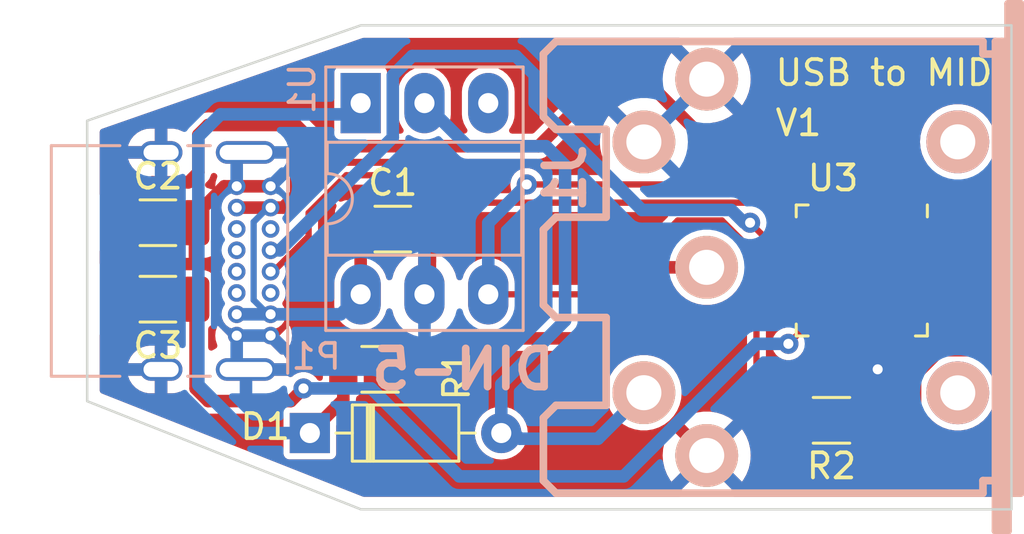
<source format=kicad_pcb>
(kicad_pcb (version 20221018) (generator pcbnew)
  (layers (0 "F.Cu" signal) (31 "B.Cu" signal) (34 "B.Paste" user) (35 "F.Paste" user) (36 "B.SilkS" user "B.Silkscreen") (37 "F.SilkS" user "F.Silkscreen") (38 "B.Mask" user) (39 "F.Mask" user) (44 "Edge.Cuts" user))
  (net 0 "")
  (net 1 "+5V")
  (net 2 "GND")
  (net 3 "Net-(U3-VCCD)")
  (net 4 "Net-(D1-K)")
  (net 5 "Net-(D1-A)")
  (net 6 "Net-(J1-Pad2)")
  (net 8 "Net-(P1-D+)")
  (net 9 "Net-(P1-D-)")
  (net 11 "RX")
  (footprint "Capacitor_SMD:C_1206_3216Metric" (layer "F.Cu") (at 140 91.44 180)
    (fp_text reference "C3" (at 0 -1.85 180) (layer "F.SilkS"))
    (fp_text value "1u")
    (fp_line (start -0.711252 -0.91) (end 0.711252 -0.91) (stroke (width 0.12)) (layer "F.SilkS"))
    (fp_line (start -0.711252 0.91) (end 0.711252 0.91) (stroke (width 0.12)) (layer "F.SilkS"))
    (pad "1" smd roundrect (at -1.475 0 180) (size 1.15 1.8) (layers "F.Cu" "F.Paste" "F.Mask") (roundrect_rratio 0.2173913043) (net 3 "Net-(U3-VCCD)"))
    (pad "2" smd roundrect (at 1.475 0 180) (size 1.15 1.8) (layers "F.Cu" "F.Paste" "F.Mask") (roundrect_rratio 0.2173913043) (net 2 "GND"))
  )
  (footprint "Resistor_SMD:R_1206_3216Metric" (layer "F.Cu") (at 166.8165 96.266 180)
    (fp_text reference "R2" (at 0 -1.82) (layer "F.SilkS"))
    (fp_text value "280")
    (fp_line (start -0.727064 -0.91) (end 0.727064 -0.91) (stroke (width 0.12)) (layer "F.SilkS"))
    (fp_line (start -0.727064 0.91) (end 0.727064 0.91) (stroke (width 0.12)) (layer "F.SilkS"))
    (pad "1" smd roundrect (at -1.4625 0 180) (size 1.125 1.75) (layers "F.Cu" "F.Paste" "F.Mask") (roundrect_rratio 0.2222222222) (net 1 "+5V"))
    (pad "2" smd roundrect (at 1.4625 0 180) (size 1.125 1.75) (layers "F.Cu" "F.Paste" "F.Mask") (roundrect_rratio 0.2222222222) (net 11 "RX"))
  )
  (footprint "Diode_THT:D_DO-35_SOD27_P7.62mm_Horizontal" (layer "F.Cu") (at 146.05 96.774)
    (fp_text reference "D1" (at -1.778 -0.254) (layer "F.SilkS"))
    (fp_text value "1N914")
    (fp_line (start 1.04 0) (end 1.69 0) (stroke (width 0.12)) (layer "F.SilkS"))
    (fp_line (start 1.69 -1.12) (end 1.69 1.12) (stroke (width 0.12)) (layer "F.SilkS"))
    (fp_line (start 1.69 1.12) (end 5.93 1.12) (stroke (width 0.12)) (layer "F.SilkS"))
    (fp_line (start 2.29 -1.12) (end 2.29 1.12) (stroke (width 0.12)) (layer "F.SilkS"))
    (fp_line (start 2.41 -1.12) (end 2.41 1.12) (stroke (width 0.12)) (layer "F.SilkS"))
    (fp_line (start 2.53 -1.12) (end 2.53 1.12) (stroke (width 0.12)) (layer "F.SilkS"))
    (fp_line (start 5.93 -1.12) (end 1.69 -1.12) (stroke (width 0.12)) (layer "F.SilkS"))
    (fp_line (start 5.93 1.12) (end 5.93 -1.12) (stroke (width 0.12)) (layer "F.SilkS"))
    (fp_line (start 6.58 0) (end 5.93 0) (stroke (width 0.12)) (layer "F.SilkS"))
    (pad "1" thru_hole rect (at 0 0) (size 1.6 1.6) (drill 0.8) (layers "*.Cu" "*.Mask") (net 4 "Net-(D1-K)"))
    (pad "2" thru_hole oval (at 7.62 0) (size 1.6 1.6) (drill 0.8) (layers "*.Cu" "*.Mask") (net 5 "Net-(D1-A)"))
  )
  (footprint "Capacitor_SMD:C_1206_3216Metric" (layer "F.Cu") (at 140 88.392)
    (fp_text reference "C2" (at 0 -1.85) (layer "F.SilkS"))
    (fp_text value "0.1u")
    (fp_line (start -0.711252 -0.91) (end 0.711252 -0.91) (stroke (width 0.12)) (layer "F.SilkS"))
    (fp_line (start -0.711252 0.91) (end 0.711252 0.91) (stroke (width 0.12)) (layer "F.SilkS"))
    (pad "1" smd roundrect (at -1.475 0) (size 1.15 1.8) (layers "F.Cu" "F.Paste" "F.Mask") (roundrect_rratio 0.2173913043) (net 1 "+5V"))
    (pad "2" smd roundrect (at 1.475 0) (size 1.15 1.8) (layers "F.Cu" "F.Paste" "F.Mask") (roundrect_rratio 0.2173913043) (net 2 "GND"))
  )
  (footprint "Package_DFN_QFN:QFN-32-1EP_5x5mm_P0.5mm_EP3.45x3.45mm" (layer "F.Cu") (at 168.023 90.295 -90)
    (fp_text reference "U3" (at -3.681 1.145 -180) (layer "F.SilkS"))
    (fp_text value "CY7C65213A-32LTXI")
    (fp_line (start -2.61 2.61) (end -2.61 2.135) (stroke (width 0.12)) (layer "F.SilkS"))
    (fp_line (start -2.135 -2.61) (end -2.61 -2.61) (stroke (width 0.12)) (layer "F.SilkS"))
    (fp_line (start -2.135 2.61) (end -2.61 2.61) (stroke (width 0.12)) (layer "F.SilkS"))
    (fp_line (start 2.135 -2.61) (end 2.61 -2.61) (stroke (width 0.12)) (layer "F.SilkS"))
    (fp_line (start 2.135 2.61) (end 2.61 2.61) (stroke (width 0.12)) (layer "F.SilkS"))
    (fp_line (start 2.61 -2.61) (end 2.61 -2.135) (stroke (width 0.12)) (layer "F.SilkS"))
    (fp_line (start 2.61 2.61) (end 2.61 2.135) (stroke (width 0.12)) (layer "F.SilkS"))
    (pad "1" smd roundrect (at -2.4375 -1.75 270) (size 0.875 0.25) (layers "F.Cu" "F.Paste" "F.Mask"))
    (pad "2" smd roundrect (at -2.4375 -1.25 270) (size 0.875 0.25) (layers "F.Cu" "F.Paste" "F.Mask") (net 11 "RX"))
    (pad "3" smd roundrect (at -2.4375 -0.75 270) (size 0.875 0.25) (layers "F.Cu" "F.Paste" "F.Mask"))
    (pad "4" smd roundrect (at -2.4375 -0.25 270) (size 0.875 0.25) (layers "F.Cu" "F.Paste" "F.Mask") (net 2 "GND"))
    (pad "5" smd roundrect (at -2.4375 0.25 270) (size 0.875 0.25) (layers "F.Cu" "F.Paste" "F.Mask"))
    (pad "6" smd roundrect (at -2.4375 0.75 270) (size 0.875 0.25) (layers "F.Cu" "F.Paste" "F.Mask"))
    (pad "7" smd roundrect (at -2.4375 1.25 270) (size 0.875 0.25) (layers "F.Cu" "F.Paste" "F.Mask"))
    (pad "8" smd roundrect (at -2.4375 1.75 270) (size 0.875 0.25) (layers "F.Cu" "F.Paste" "F.Mask"))
    (pad "9" smd roundrect (at -1.75 2.4375 270) (size 0.25 0.875) (layers "F.Cu" "F.Paste" "F.Mask"))
    (pad "10" smd roundrect (at -1.25 2.4375 270) (size 0.25 0.875) (layers "F.Cu" "F.Paste" "F.Mask"))
    (pad "11" smd roundrect (at -0.75 2.4375 270) (size 0.25 0.875) (layers "F.Cu" "F.Paste" "F.Mask"))
    (pad "12" smd roundrect (at -0.25 2.4375 270) (size 0.25 0.875) (layers "F.Cu" "F.Paste" "F.Mask"))
    (pad "13" smd roundrect (at 0.25 2.4375 270) (size 0.25 0.875) (layers "F.Cu" "F.Paste" "F.Mask"))
    (pad "14" smd roundrect (at 0.75 2.4375 270) (size 0.25 0.875) (layers "F.Cu" "F.Paste" "F.Mask") (net 8 "Net-(P1-D+)"))
    (pad "15" smd roundrect (at 1.25 2.4375 270) (size 0.25 0.875) (layers "F.Cu" "F.Paste" "F.Mask") (net 9 "Net-(P1-D-)"))
    (pad "16" smd roundrect (at 1.75 2.4375 270) (size 0.25 0.875) (layers "F.Cu" "F.Paste" "F.Mask") (net 3 "Net-(U3-VCCD)"))
    (pad "17" smd roundrect (at 2.4375 1.75 270) (size 0.875 0.25) (layers "F.Cu" "F.Paste" "F.Mask") (net 2 "GND"))
    (pad "18" smd roundrect (at 2.4375 1.25 270) (size 0.875 0.25) (layers "F.Cu" "F.Paste" "F.Mask"))
    (pad "19" smd roundrect (at 2.4375 0.75 270) (size 0.875 0.25) (layers "F.Cu" "F.Paste" "F.Mask") (net 1 "+5V"))
    (pad "20" smd roundrect (at 2.4375 0.25 270) (size 0.875 0.25) (layers "F.Cu" "F.Paste" "F.Mask") (net 2 "GND"))
    (pad "21" smd roundrect (at 2.4375 -0.25 270) (size 0.875 0.25) (layers "F.Cu" "F.Paste" "F.Mask"))
    (pad "22" smd roundrect (at 2.4375 -0.75 270) (size 0.875 0.25) (layers "F.Cu" "F.Paste" "F.Mask"))
    (pad "23" smd roundrect (at 2.4375 -1.25 270) (size 0.875 0.25) (layers "F.Cu" "F.Paste" "F.Mask"))
    (pad "24" smd roundrect (at 2.4375 -1.75 270) (size 0.875 0.25) (layers "F.Cu" "F.Paste" "F.Mask") (net 2 "GND"))
    (pad "25" smd roundrect (at 1.75 -2.4375 270) (size 0.25 0.875) (layers "F.Cu" "F.Paste" "F.Mask"))
    (pad "26" smd roundrect (at 1.25 -2.4375 270) (size 0.25 0.875) (layers "F.Cu" "F.Paste" "F.Mask"))
    (pad "27" smd roundrect (at 0.75 -2.4375 270) (size 0.25 0.875) (layers "F.Cu" "F.Paste" "F.Mask"))
    (pad "28" smd roundrect (at 0.25 -2.4375 270) (size 0.25 0.875) (layers "F.Cu" "F.Paste" "F.Mask"))
    (pad "29" smd roundrect (at -0.25 -2.4375 270) (size 0.25 0.875) (layers "F.Cu" "F.Paste" "F.Mask"))
    (pad "30" smd roundrect (at -0.75 -2.4375 270) (size 0.25 0.875) (layers "F.Cu" "F.Paste" "F.Mask"))
    (pad "31" smd roundrect (at -1.25 -2.4375 270) (size 0.25 0.875) (layers "F.Cu" "F.Paste" "F.Mask"))
    (pad "32" smd roundrect (at -1.75 -2.4375 270) (size 0.25 0.875) (layers "F.Cu" "F.Paste" "F.Mask"))
    (pad "33" smd rect (at 0 0 270) (size 3.45 3.45) (layers "F.Cu" "F.Mask") (net 2 "GND"))
  )
  (footprint "Capacitor_SMD:C_1206_3216Metric" (layer "F.Cu") (at 149.352 88.646)
    (fp_text reference "C1" (at 0 -1.85) (layer "F.SilkS"))
    (fp_text value "4.7u")
    (fp_line (start -0.711252 -0.91) (end 0.711252 -0.91) (stroke (width 0.12)) (layer "F.SilkS"))
    (fp_line (start -0.711252 0.91) (end 0.711252 0.91) (stroke (width 0.12)) (layer "F.SilkS"))
    (pad "1" smd roundrect (at -1.475 0) (size 1.15 1.8) (layers "F.Cu" "F.Paste" "F.Mask") (roundrect_rratio 0.2173913043) (net 1 "+5V"))
    (pad "2" smd roundrect (at 1.475 0) (size 1.15 1.8) (layers "F.Cu" "F.Paste" "F.Mask") (roundrect_rratio 0.2173913043) (net 2 "GND"))
  )
  (footprint "Resistor_SMD:R_1206_3216Metric" (layer "F.Cu") (at 148.844 94.234 180)
    (fp_text reference "R1" (at -3.048 -0.254 270) (layer "F.SilkS"))
    (fp_text value "200")
    (fp_line (start -0.727064 -0.91) (end 0.727064 -0.91) (stroke (width 0.12)) (layer "F.SilkS"))
    (fp_line (start -0.727064 0.91) (end 0.727064 0.91) (stroke (width 0.12)) (layer "F.SilkS"))
    (pad "1" smd roundrect (at -1.4625 0 180) (size 1.125 1.75) (layers "F.Cu" "F.Paste" "F.Mask") (roundrect_rratio 0.2222222222) (net 6 "Net-(J1-Pad2)"))
    (pad "2" smd roundrect (at 1.4625 0 180) (size 1.125 1.75) (layers "F.Cu" "F.Paste" "F.Mask") (roundrect_rratio 0.2222222222) (net 4 "Net-(D1-K)"))
  )
  (footprint "Connector_USB:USB_C_Receptacle_GCT_USB4085" (layer "B.Cu") (at 144.487 92.891 90)
    (fp_text reference "P1" (at -0.835 1.817 180) (layer "B.SilkS") (effects (justify mirror)))
    (fp_text value "USB_C_Plug_USB2.0")
    (fp_line (start -1.62 -8.73) (end 7.57 -8.73) (stroke (width 0.12)) (layer "B.SilkS"))
    (fp_line (start -1.62 -6) (end -1.62 -8.73) (stroke (width 0.12)) (layer "B.SilkS"))
    (fp_line (start -1.62 -2.4) (end -1.62 -3.3) (stroke (width 0.12)) (layer "B.SilkS"))
    (fp_line (start -1.5 0.68) (end 7.45 0.68) (stroke (width 0.12)) (layer "B.SilkS"))
    (fp_line (start 7.57 -6) (end 7.57 -8.73) (stroke (width 0.12)) (layer "B.SilkS"))
    (fp_line (start 7.57 -2.4) (end 7.57 -3.3) (stroke (width 0.12)) (layer "B.SilkS"))
    (pad "A1" thru_hole circle (at 0 0 90) (size 0.7 0.7) (drill 0.4) (layers "*.Cu" "*.Mask") (net 2 "GND"))
    (pad "A4" thru_hole circle (at 0.85 0 90) (size 0.7 0.7) (drill 0.4) (layers "*.Cu" "*.Mask") (net 1 "+5V"))
    (pad "A5" thru_hole circle (at 1.7 0 90) (size 0.7 0.7) (drill 0.4) (layers "*.Cu" "*.Mask"))
    (pad "A6" thru_hole circle (at 2.55 0 90) (size 0.7 0.7) (drill 0.4) (layers "*.Cu" "*.Mask") (net 8 "Net-(P1-D+)"))
    (pad "A7" thru_hole circle (at 3.4 0 90) (size 0.7 0.7) (drill 0.4) (layers "*.Cu" "*.Mask") (net 9 "Net-(P1-D-)"))
    (pad "A8" thru_hole circle (at 4.25 0 90) (size 0.7 0.7) (drill 0.4) (layers "*.Cu" "*.Mask"))
    (pad "A9" thru_hole circle (at 5.1 0 90) (size 0.7 0.7) (drill 0.4) (layers "*.Cu" "*.Mask") (net 1 "+5V"))
    (pad "A12" thru_hole circle (at 5.95 0 90) (size 0.7 0.7) (drill 0.4) (layers "*.Cu" "*.Mask") (net 2 "GND"))
    (pad "B1" thru_hole circle (at 5.95 -1.35 90) (size 0.7 0.7) (drill 0.4) (layers "*.Cu" "*.Mask") (net 2 "GND"))
    (pad "B4" thru_hole circle (at 5.1 -1.35 90) (size 0.7 0.7) (drill 0.4) (layers "*.Cu" "*.Mask") (net 1 "+5V"))
    (pad "B5" thru_hole circle (at 4.25 -1.35 90) (size 0.7 0.7) (drill 0.4) (layers "*.Cu" "*.Mask"))
    (pad "B6" thru_hole circle (at 3.4 -1.35 90) (size 0.7 0.7) (drill 0.4) (layers "*.Cu" "*.Mask"))
    (pad "B7" thru_hole circle (at 2.55 -1.35 90) (size 0.7 0.7) (drill 0.4) (layers "*.Cu" "*.Mask"))
    (pad "B8" thru_hole circle (at 1.7 -1.35 90) (size 0.7 0.7) (drill 0.4) (layers "*.Cu" "*.Mask"))
    (pad "B9" thru_hole circle (at 0.85 -1.35 90) (size 0.7 0.7) (drill 0.4) (layers "*.Cu" "*.Mask") (net 1 "+5V"))
    (pad "B12" thru_hole circle (at 0 -1.35 90) (size 0.7 0.7) (drill 0.4) (layers "*.Cu" "*.Mask") (net 2 "GND"))
    (pad "S1" thru_hole oval (at -1.35 -4.36 90) (size 0.9 1.7) (drill oval 0.6 1.4) (layers "*.Cu" "*.Mask") (net 2 "GND"))
    (pad "S1" thru_hole oval (at -1.35 -0.98 90) (size 0.9 2.4) (drill oval 0.6 2.1) (layers "*.Cu" "*.Mask") (net 2 "GND"))
    (pad "S1" thru_hole oval (at 7.3 -4.36 90) (size 0.9 1.7) (drill oval 0.6 1.4) (layers "*.Cu" "*.Mask") (net 2 "GND"))
    (pad "S1" thru_hole oval (at 7.3 -0.98 90) (size 0.9 2.4) (drill oval 0.6 2.1) (layers "*.Cu" "*.Mask") (net 2 "GND"))
  )
  (footprint "EuroCad:MIDI_DIN5" (layer "B.Cu") (at 164.846 90.17 -90)
    (fp_text reference "J1" (at -3.556 8.636 90) (layer "B.SilkS") (effects (font (size 1.524 1.524) (thickness 0.3048)) (justify mirror)))
    (fp_text value "DIN-5" (at 4.064 12.7 -180) (layer "B.SilkS") (effects (font (size 1.524 1.524) (thickness 0.3048)) (justify mirror)))
    (fp_line (start -10.50036 -9.4996) (end -10.50036 -8.99922) (stroke (width 0.3048)) (layer "B.SilkS"))
    (fp_line (start -10.50036 -9.25068) (end 8.99922 -9.25068) (stroke (width 0.3048)) (layer "B.SilkS"))
    (fp_line (start -10.50036 -8.99922) (end -8.99922 -8.99922) (stroke (width 0.3048)) (layer "B.SilkS"))
    (fp_line (start -8.99922 -8.99922) (end -8.99922 -8.49884) (stroke (width 0.3048)) (layer "B.SilkS"))
    (fp_line (start -8.99922 -8.7503) (end 10.50036 -8.7503) (stroke (width 0.3048)) (layer "B.SilkS"))
    (fp_line (start -8.99922 -8.49884) (end 10.50036 -8.49884) (stroke (width 0.3048)) (layer "B.SilkS"))
    (fp_line (start -8.99922 -8.001) (end -8.49884 -8.001) (stroke (width 0.3048)) (layer "B.SilkS"))
    (fp_line (start -8.99922 8.99922) (end -8.99922 -8.001) (stroke (width 0.3048)) (layer "B.SilkS"))
    (fp_line (start -8.99922 8.99922) (end -8.49884 9.4996) (stroke (width 0.3048)) (layer "B.SilkS"))
    (fp_line (start -8.49884 -8.001) (end -8.49884 -8.49884) (stroke (width 0.3048)) (layer "B.SilkS"))
    (fp_line (start -8.49884 9.4996) (end -5.99948 9.4996) (stroke (width 0.3048)) (layer "B.SilkS"))
    (fp_line (start -5.99948 9.4996) (end -5.4991 8.99922) (stroke (width 0.3048)) (layer "B.SilkS"))
    (fp_line (start -5.4991 7.00024) (end -1.99898 7.00024) (stroke (width 0.3048)) (layer "B.SilkS"))
    (fp_line (start -5.4991 8.99922) (end -5.4991 7.00024) (stroke (width 0.3048)) (layer "B.SilkS"))
    (fp_line (start -1.99898 8.99922) (end -1.99898 7.00024) (stroke (width 0.3048)) (layer "B.SilkS"))
    (fp_line (start -1.50114 9.4996) (end -1.99898 8.99922) (stroke (width 0.3048)) (layer "B.SilkS"))
    (fp_line (start -1.50114 9.4996) (end 1.50114 9.4996) (stroke (width 0.3048)) (layer "B.SilkS"))
    (fp_line (start 1.50114 9.4996) (end 1.99898 8.99922) (stroke (width 0.3048)) (layer "B.SilkS"))
    (fp_line (start 1.99898 8.99922) (end 1.99898 7.00024) (stroke (width 0.3048)) (layer "B.SilkS"))
    (fp_line (start 5.4991 7.00024) (end 1.99898 7.00024) (stroke (width 0.3048)) (layer "B.SilkS"))
    (fp_line (start 5.4991 8.99922) (end 5.4991 7.00024) (stroke (width 0.3048)) (layer "B.SilkS"))
    (fp_line (start 5.99948 9.4996) (end 5.4991 8.99922) (stroke (width 0.3048)) (layer "B.SilkS"))
    (fp_line (start 6.49986 9.4996) (end 5.99948 9.4996) (stroke (width 0.3048)) (layer "B.SilkS"))
    (fp_line (start 8.49884 -8.49884) (end 8.49884 -8.001) (stroke (width 0.3048)) (layer "B.SilkS"))
    (fp_line (start 8.49884 9.4996) (end 6.49986 9.4996) (stroke (width 0.3048)) (layer "B.SilkS"))
    (fp_line (start 8.99922 -9.4996) (end -10.50036 -9.4996) (stroke (width 0.3048)) (layer "B.SilkS"))
    (fp_line (start 8.99922 -8.99922) (end -8.99922 -8.99922) (stroke (width 0.3048)) (layer "B.SilkS"))
    (fp_line (start 8.99922 -8.99922) (end 8.99922 -9.4996) (stroke (width 0.3048)) (layer "B.SilkS"))
    (fp_line (start 8.99922 -8.001) (end 8.49884 -8.001) (stroke (width 0.3048)) (layer "B.SilkS"))
    (fp_line (start 8.99922 8.99922) (end 8.49884 9.4996) (stroke (width 0.3048)) (layer "B.SilkS"))
    (fp_line (start 8.99922 8.99922) (end 8.99922 -8.001) (stroke (width 0.3048)) (layer "B.SilkS"))
    (fp_line (start 10.50036 -8.99922) (end 8.99922 -8.99922) (stroke (width 0.3048)) (layer "B.SilkS"))
    (fp_line (start 10.50036 -8.49884) (end 10.50036 -8.99922) (stroke (width 0.3048)) (layer "B.SilkS"))
    (pad "" np_thru_hole circle (at -5.00126 -6.9977 270) (size 2.49936 2.49936) (drill 1.397) (layers "*.Cu" "*.Mask" "B.SilkS"))
    (pad "" np_thru_hole circle (at 5.00126 -6.9977 270) (size 2.49936 2.49936) (drill 1.397) (layers "*.Cu" "*.Mask" "B.SilkS"))
    (pad "1" thru_hole circle (at 7.49808 2.9972 270) (size 2.49936 2.49936) (drill 1.397) (layers "*.Cu" "*.SilkS" "*.Mask") (net 2 "GND"))
    (pad "2" thru_hole circle (at 0 2.99974 270) (size 2.49936 2.49936) (drill 1.397) (layers "*.Cu" "*.SilkS" "*.Mask") (net 6 "Net-(J1-Pad2)"))
    (pad "3" thru_hole circle (at -7.49808 2.9972 270) (size 2.49936 2.49936) (drill 1.397) (layers "*.Cu" "*.SilkS" "*.Mask") (net 2 "GND"))
    (pad "4" thru_hole circle (at 4.99618 5.4991 270) (size 2.49936 2.49936) (drill 1.397) (layers "*.Cu" "*.SilkS" "*.Mask") (net 5 "Net-(D1-A)"))
    (pad "5" thru_hole circle (at -4.99618 5.4991 270) (size 2.49936 2.49936) (drill 1.397) (layers "*.Cu" "*.SilkS" "*.Mask") (net 2 "GND"))
  )
  (footprint "Package_DIP:DIP-6_W7.62mm_Socket_LongPads" (layer "B.Cu") (at 148.072 83.6255 -90)
    (fp_text reference "U1" (at -0.5675 2.33 90) (layer "B.SilkS") (effects (justify mirror)))
    (fp_text value "H11L1")
    (fp_line (start -1.44 -6.47) (end 9.06 -6.47) (stroke (width 0.12)) (layer "B.SilkS"))
    (fp_line (start -1.44 1.39) (end -1.44 -6.47) (stroke (width 0.12)) (layer "B.SilkS"))
    (fp_line (start 1.56 -6.41) (end 6.06 -6.41) (stroke (width 0.12)) (layer "B.SilkS"))
    (fp_line (start 1.56 1.33) (end 1.56 -6.41) (stroke (width 0.12)) (layer "B.SilkS"))
    (fp_line (start 2.81 1.33) (end 1.56 1.33) (stroke (width 0.12)) (layer "B.SilkS"))
    (fp_line (start 6.06 -6.41) (end 6.06 1.33) (stroke (width 0.12)) (layer "B.SilkS"))
    (fp_line (start 6.06 1.33) (end 4.81 1.33) (stroke (width 0.12)) (layer "B.SilkS"))
    (fp_line (start 9.06 -6.47) (end 9.06 1.39) (stroke (width 0.12)) (layer "B.SilkS"))
    (fp_line (start 9.06 1.39) (end -1.44 1.39) (stroke (width 0.12)) (layer "B.SilkS"))
    (fp_arc (start 2.81 1.33) (mid 3.81 0.33) (end 4.81 1.33) (stroke (width 0.12)) (layer "B.SilkS"))
    (pad "1" thru_hole rect (at 0 0 270) (size 2.4 1.6) (drill 0.8) (layers "*.Cu" "*.Mask") (net 4 "Net-(D1-K)"))
    (pad "2" thru_hole oval (at 0 -2.54 270) (size 2.4 1.6) (drill 0.8) (layers "*.Cu" "*.Mask") (net 5 "Net-(D1-A)"))
    (pad "3" thru_hole oval (at 0 -5.08 270) (size 2.4 1.6) (drill 0.8) (layers "*.Cu" "*.Mask"))
    (pad "4" thru_hole oval (at 7.62 -5.08 270) (size 2.4 1.6) (drill 0.8) (layers "*.Cu" "*.Mask") (net 11 "RX"))
    (pad "5" thru_hole oval (at 7.62 -2.54 270) (size 2.4 1.6) (drill 0.8) (layers "*.Cu" "*.Mask") (net 2 "GND"))
    (pad "6" thru_hole oval (at 7.62 0 270) (size 2.4 1.6) (drill 0.8) (layers "*.Cu" "*.Mask") (net 1 "+5V"))
  )
  (gr_poly (pts (xy 173.982 95) (xy 173.982 80.526) (xy 148.082 80.526) (xy 137.184 84.328) (xy 137.184 95.504) (xy 148.082 99.814) (xy 161.032 99.814) (xy 173.982 99.814)) (stroke (width 0.1)) (fill none) (layer "Edge.Cuts"))
  (gr_text "V1" (at 164.5 85) (layer "F.SilkS") (effects (font (size 1 1)) (justify left bottom)))
  (gr_text "USB to MIDI" (at 164.5 83) (layer "F.SilkS") (effects (font (size 1 1)) (justify left bottom)))
  (segment (start 148 88.5) (end 148.072 88.572) (width 0.25) (layer "F.Cu") (net 1))
  (segment (start 169.539759 86) (end 162.698728 86) (width 0.5) (layer "F.Cu") (net 1))
  (segment (start 145.5 87.272974) (end 145.5 86) (width 0.5) (layer "F.Cu") (net 1))
  (segment (start 170.14402 95.85598) (end 170.14402 94.467229) (width 0.5) (layer "F.Cu") (net 1))
  (segment (start 146.156 85.344) (end 146.344 85.344) (width 0.5) (layer "F.Cu") (net 1))
  (segment (start 138.525 88.0415) (end 139.783185 86.783315) (width 0.5) (layer "F.Cu") (net 1))
  (segment (start 145.5 84.5) (end 146.344 85.344) (width 0.5) (layer "F.Cu") (net 1))
  (segment (start 144.487 87.791) (end 144.981974 87.791) (width 0.5) (layer "F.Cu") (net 1))
  (segment (start 141.610493 86.389507) (end 141.610493 84.889507) (width 0.5) (layer "F.Cu") (net 1))
  (segment (start 139.783185 86.783315) (end 141.216685 86.783315) (width 0.5) (layer "F.Cu") (net 1))
  (segment (start 138.525 88.392) (end 138.525 88.0415) (width 0.5) (layer "F.Cu") (net 1))
  (segment (start 141.216685 86.783315) (end 141.610493 86.389507) (width 0.5) (layer "F.Cu") (net 1))
  (segment (start 157.5 83) (end 155.156 85.344) (width 0.5) (layer "F.Cu") (net 1))
  (segment (start 148.072 88.572) (end 148.072 91.2455) (width 0.5) (layer "F.Cu") (net 1))
  (segment (start 168.279 96.266) (end 169.734 96.266) (width 0.5) (layer "F.Cu") (net 1))
  (segment (start 144.981974 87.791) (end 145.5 87.272974) (width 0.5) (layer "F.Cu") (net 1))
  (segment (start 145.5 86) (end 146.156 85.344) (width 0.5) (layer "F.Cu") (net 1))
  (segment (start 171.139669 93.47158) (end 172.5 93.47158) (width 0.5) (layer "F.Cu") (net 1))
  (segment (start 162.698728 86) (end 159.698728 83) (width 0.5) (layer "F.Cu") (net 1))
  (segment (start 170.14402 94.467229) (end 171.139669 93.47158) (width 0.5) (layer "F.Cu") (net 1))
  (segment (start 142 84.5) (end 145.5 84.5) (width 0.5) (layer "F.Cu") (net 1))
  (segment (start 147.877 88.623) (end 148 88.5) (width 0.25) (layer "F.Cu") (net 1))
  (segment (start 148.6395 90.678) (end 148.072 91.2455) (width 0.25) (layer "F.Cu") (net 1))
  (segment (start 141.610493 84.889507) (end 142 84.5) (width 0.5) (layer "F.Cu") (net 1))
  (segment (start 155.156 85.344) (end 146.344 85.344) (width 0.5) (layer "F.Cu") (net 1))
  (segment (start 159.698728 83) (end 157.5 83) (width 0.5) (layer "F.Cu") (net 1))
  (segment (start 143.137 87.791) (end 144.487 87.791) (width 0.5) (layer "F.Cu") (net 1))
  (segment (start 168.279 96.266) (end 167.273 95.26) (width 0.25) (layer "F.Cu") (net 1))
  (segment (start 172.5 93.47158) (end 172.5 88.960241) (width 0.5) (layer "F.Cu") (net 1))
  (segment (start 167.273 95.26) (end 167.273 92.7325) (width 0.25) (layer "F.Cu") (net 1))
  (segment (start 172.5 88.960241) (end 169.539759 86) (width 0.5) (layer "F.Cu") (net 1))
  (segment (start 169.734 96.266) (end 170.14402 95.85598) (width 0.5) (layer "F.Cu") (net 1))
  (segment (start 147.877 88.646) (end 147.877 88.623) (width 0.25) (layer "F.Cu") (net 1))
  (segment (start 144.487 87.791) (end 144.6175 87.791) (width 0.25) (layer "B.Cu") (net 1))
  (segment (start 144.382405 87.791) (end 144.487 87.791) (width 0.25) (layer "B.Cu") (net 1))
  (segment (start 148.072 91.2455) (end 147.2765 92.041) (width 0.5) (layer "B.Cu") (net 1))
  (segment (start 143.812 91.470595) (end 143.812 88.361405) (width 0.25) (layer "B.Cu") (net 1))
  (segment (start 143.812 88.361405) (end 144.382405 87.791) (width 0.25) (layer "B.Cu") (net 1))
  (segment (start 143.137 92.041) (end 144.487 92.041) (width 0.5) (layer "B.Cu") (net 1))
  (segment (start 147.2765 92.041) (end 144.487 92.041) (width 0.5) (layer "B.Cu") (net 1))
  (segment (start 144.207405 91.866) (end 143.812 91.470595) (width 0.25) (layer "B.Cu") (net 1))
  (segment (start 148.072 91.2455) (end 147.4515 91.866) (width 0.25) (layer "B.Cu") (net 1))
  (segment (start 142.642026 86.941) (end 141.475 88.108026) (width 0.5) (layer "F.Cu") (net 2))
  (segment (start 144.487 86.941) (end 143.137 86.941) (width 0.5) (layer "F.Cu") (net 2))
  (segment (start 150.827 88.646) (end 150.827 91.0305) (width 0.5) (layer "F.Cu") (net 2))
  (segment (start 168.273 90.045) (end 168.023 90.295) (width 0.25) (layer "F.Cu") (net 2))
  (segment (start 168.273 87.8575) (end 168.273 90.045) (width 0.25) (layer "F.Cu") (net 2))
  (segment (start 168.656 94.234) (end 167.773 93.351) (width 0.25) (layer "F.Cu") (net 2))
  (segment (start 167.773 90.545) (end 168.023 90.295) (width 0.25) (layer "F.Cu") (net 2))
  (segment (start 167.773 93.351) (end 167.773 92.7325) (width 0.25) (layer "F.Cu") (net 2))
  (segment (start 150.0645 90.698) (end 150.612 91.2455) (width 0.25) (layer "F.Cu") (net 2))
  (segment (start 167.773 92.7325) (end 167.773 90.545) (width 0.25) (layer "F.Cu") (net 2))
  (segment (start 141.475 88.108026) (end 141.475 88.392) (width 0.5) (layer "F.Cu") (net 2))
  (segment (start 143.137 86.941) (end 142.642026 86.941) (width 0.5) (layer "F.Cu") (net 2))
  (segment (start 150.827 91.0305) (end 150.612 91.2455) (width 0.25) (layer "F.Cu") (net 2))
  (via (at 168.656 94.234) (size 0.8) (drill 0.4) (layers "F.Cu" "B.Cu") (net 2))
  (segment (start 143.137 92.891) (end 143.137 93.871) (width 0.5) (layer "B.Cu") (net 2))
  (segment (start 143.137 85.961) (end 143.507 85.591) (width 0.25) (layer "B.Cu") (net 2))
  (segment (start 143.137 93.871) (end 143.507 94.241) (width 0.25) (layer "B.Cu") (net 2))
  (segment (start 143.137 86.941) (end 143.137 85.961) (width 0.5) (layer "B.Cu") (net 2))
  (segment (start 143.137 92.891) (end 144.487 92.891) (width 0.5) (layer "B.Cu") (net 2))
  (segment (start 142 95.5) (end 141.5 95) (width 0.5) (layer "F.Cu") (net 3))
  (segment (start 165.5855 92.7325) (end 165.1 93.218) (width 0.25) (layer "F.Cu") (net 3))
  (segment (start 141.5 91.465) (end 141.475 91.44) (width 0.5) (layer "F.Cu") (net 3))
  (segment (start 145.796 94.996) (end 145.542 95.25) (width 0.25) (layer "F.Cu") (net 3))
  (segment (start 165.5855 92.045) (end 165.5855 92.7325) (width 0.25) (layer "F.Cu") (net 3))
  (segment (start 145.292 95.5) (end 142 95.5) (width 0.5) (layer "F.Cu") (net 3))
  (segment (start 141.5 95) (end 141.5 91.465) (width 0.5) (layer "F.Cu") (net 3))
  (segment (start 145.542 95.25) (end 145.292 95.5) (width 0.5) (layer "F.Cu") (net 3))
  (via (at 165.1 93.218) (size 0.8) (drill 0.4) (layers "F.Cu" "B.Cu") (net 3))
  (via (at 145.796 94.996) (size 0.8) (drill 0.4) (layers "F.Cu" "B.Cu") (net 3))
  (segment (start 163.823973 93.218) (end 165.1 93.218) (width 0.5) (layer "B.Cu") (net 3))
  (segment (start 148.496 94.996) (end 152 98.5) (width 0.5) (layer "B.Cu") (net 3))
  (segment (start 152 98.5) (end 158.541973 98.5) (width 0.5) (layer "B.Cu") (net 3))
  (segment (start 158.541973 98.5) (end 163.823973 93.218) (width 0.5) (layer "B.Cu") (net 3))
  (segment (start 145.796 94.996) (end 148.496 94.996) (width 0.5) (layer "B.Cu") (net 3))
  (segment (start 147.3815 94.234) (end 147.3815 95.4425) (width 0.5) (layer "F.Cu") (net 4))
  (segment (start 147.3815 95.4425) (end 146.05 96.774) (width 0.5) (layer "F.Cu") (net 4))
  (segment (start 146.1115 96.774) (end 146.05 96.774) (width 0.25) (layer "F.Cu") (net 4))
  (segment (start 141.609699 94.859699) (end 143.524 96.774) (width 0.5) (layer "B.Cu") (net 4))
  (segment (start 148.072 83.6255) (end 147.6235 84.074) (width 0.25) (layer "B.Cu") (net 4))
  (segment (start 142.494 84.074) (end 141.609699 84.958301) (width 0.5) (layer "B.Cu") (net 4))
  (segment (start 143.524 96.774) (end 146.05 96.774) (width 0.5) (layer "B.Cu") (net 4))
  (segment (start 141.609699 84.958301) (end 141.609699 94.859699) (width 0.5) (layer "B.Cu") (net 4))
  (segment (start 147.6235 84.074) (end 142.494 84.074) (width 0.5) (layer "B.Cu") (net 4))
  (segment (start 156.21 92.29) (end 156.21 86.106) (width 0.5) (layer "B.Cu") (net 5))
  (segment (start 157.52 97) (end 159.35382 95.16618) (width 0.5) (layer "B.Cu") (net 5))
  (segment (start 154.41092 97) (end 157.52 97) (width 0.5) (layer "B.Cu") (net 5))
  (segment (start 156.21 86.106) (end 155.448 85.344) (width 0.5) (layer "B.Cu") (net 5))
  (segment (start 153.93092 96.52) (end 154.41092 97) (width 0.5) (layer "B.Cu") (net 5))
  (segment (start 155.448 85.344) (end 152.3305 85.344) (width 0.5) (layer "B.Cu") (net 5))
  (segment (start 153.67 96.774) (end 153.67 94.83) (width 0.5) (layer "B.Cu") (net 5))
  (segment (start 153.67 96.774) (end 153.924 96.52) (width 0.25) (layer "B.Cu") (net 5))
  (segment (start 153.67 94.83) (end 156.21 92.29) (width 0.5) (layer "B.Cu") (net 5))
  (segment (start 152.3305 85.344) (end 150.612 83.6255) (width 0.5) (layer "B.Cu") (net 5))
  (segment (start 151.5405 93) (end 157 93) (width 0.5) (layer "F.Cu") (net 6))
  (segment (start 157 93) (end 159.83 90.17) (width 0.5) (layer "F.Cu") (net 6))
  (segment (start 161.417 90.17) (end 161.84626 90.17) (width 0.25) (layer "F.Cu") (net 6))
  (segment (start 150.3065 94.234) (end 151.5405 93) (width 0.5) (layer "F.Cu") (net 6))
  (segment (start 159.83 90.17) (end 161.417 90.17) (width 0.5) (layer "F.Cu") (net 6))
  (segment (start 151.5691 87.593) (end 164.301 87.593) (width 0.25) (layer "F.Cu") (net 8))
  (segment (start 146 88.932595) (end 146 88) (width 0.25) (layer "F.Cu") (net 8))
  (segment (start 146 88) (end 147.5 86.5) (width 0.25) (layer "F.Cu") (net 8))
  (segment (start 147.5 86.5) (end 150.4761 86.5) (width 0.25) (layer "F.Cu") (net 8))
  (segment (start 164.823 90.76974) (end 165.09826 91.045) (width 0.25) (layer "F.Cu") (net 8))
  (segment (start 164.301 87.593) (end 164.823 88.115) (width 0.25) (layer "F.Cu") (net 8))
  (segment (start 144.591595 90.341) (end 146 88.932595) (width 0.25) (layer "F.Cu") (net 8))
  (segment (start 144.487 90.341) (end 144.591595 90.341) (width 0.25) (layer "F.Cu") (net 8))
  (segment (start 165.09826 91.045) (end 165.5855 91.045) (width 0.25) (layer "F.Cu") (net 8))
  (segment (start 164.823 88.115) (end 164.823 90.76974) (width 0.25) (layer "F.Cu") (net 8))
  (segment (start 150.4761 86.5) (end 151.5691 87.593) (width 0.25) (layer "F.Cu") (net 8))
  (segment (start 164.961864 91.545) (end 165.5855 91.545) (width 0.25) (layer "F.Cu") (net 9))
  (segment (start 163.576 88.392) (end 164.338 89.154) (width 0.25) (layer "F.Cu") (net 9))
  (segment (start 164.338 90.921136) (end 164.961864 91.545) (width 0.25) (layer "F.Cu") (net 9))
  (segment (start 164.338 89.154) (end 164.338 90.921136) (width 0.25) (layer "F.Cu") (net 9))
  (via (at 163.576 88.392) (size 0.8) (drill 0.4) (layers "F.Cu" "B.Cu") (net 9))
  (segment (start 150.123255 81.75) (end 149.352 82.521255) (width 0.5) (layer "B.Cu") (net 9))
  (segment (start 163.576 88.392) (end 163.336 88.392) (width 0.25) (layer "B.Cu") (net 9))
  (segment (start 155 82.5) (end 154.25 81.75) (width 0.5) (layer "B.Cu") (net 9))
  (segment (start 149.352 82.521255) (end 149.352 84.9955) (width 0.5) (layer "B.Cu") (net 9))
  (segment (start 163.336 88.392) (end 162.828 87.884) (width 0.5) (layer "B.Cu") (net 9))
  (segment (start 159.268684 87.884) (end 155 83.615316) (width 0.5) (layer "B.Cu") (net 9))
  (segment (start 155 83.615316) (end 155 82.5) (width 0.5) (layer "B.Cu") (net 9))
  (segment (start 144.8565 89.491) (end 144.487 89.491) (width 0.5) (layer "B.Cu") (net 9))
  (segment (start 162.828 87.884) (end 159.268684 87.884) (width 0.5) (layer "B.Cu") (net 9))
  (segment (start 149.352 84.9955) (end 144.8565 89.491) (width 0.5) (layer "B.Cu") (net 9))
  (segment (start 154.25 81.75) (end 150.123255 81.75) (width 0.5) (layer "B.Cu") (net 9))
  (segment (start 154.686 86.868) (end 168.77074 86.868) (width 0.25) (layer "F.Cu") (net 11))
  (segment (start 160.696079 88.303921) (end 162.454954 88.303921) (width 0.25) (layer "F.Cu") (net 11))
  (segment (start 168.77074 86.868) (end 169.273 87.37026) (width 0.25) (layer "F.Cu") (net 11))
  (segment (start 157.7545 91.2455) (end 160.696079 88.303921) (width 0.25) (layer "F.Cu") (net 11))
  (segment (start 153.152 91.2455) (end 157.7545 91.2455) (width 0.25) (layer "F.Cu") (net 11))
  (segment (start 162.454954 88.303921) (end 163.83 89.678967) (width 0.25) (layer "F.Cu") (net 11))
  (segment (start 169.273 87.37026) (end 169.273 87.8575) (width 0.25) (layer "F.Cu") (net 11))
  (segment (start 163.83 94.234) (end 165.354 95.758) (width 0.25) (layer "F.Cu") (net 11))
  (segment (start 163.83 89.678967) (end 163.83 94.234) (width 0.25) (layer "F.Cu") (net 11))
  (segment (start 165.354 95.758) (end 165.354 96.266) (width 0.25) (layer "F.Cu") (net 11))
  (via (at 154.686 86.868) (size 0.8) (drill 0.4) (layers "F.Cu" "B.Cu") (net 11))
  (segment (start 154.686 86.868) (end 153.152 88.402) (width 0.5) (layer "B.Cu") (net 11))
  (segment (start 153.152 88.402) (end 153.152 91.2455) (width 0.5) (layer "B.Cu") (net 11))
  (zone (net 2) (net_name "GND") (layers "F&B.Cu") (connect_pads (clearance 0.25)) (min_thickness 0.25) (fill yes (thermal_gap 0.5) (thermal_bridge_width 0.5))
    (polygon (pts (xy 137.184 84.328) (xy 148.082 80.526) (xy 174 80.526) (xy 173.99 99.814) (xy 148.082 99.814) (xy 137.184 95.504)))
  )
)
</source>
